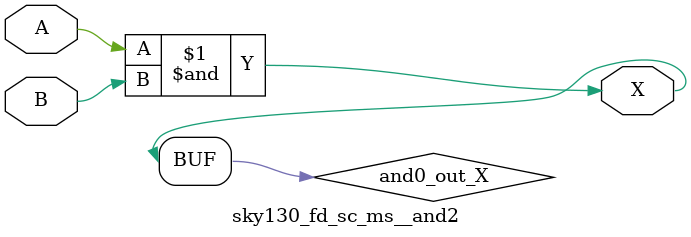
<source format=v>
/*
 * Copyright 2020 The SkyWater PDK Authors
 *
 * Licensed under the Apache License, Version 2.0 (the "License");
 * you may not use this file except in compliance with the License.
 * You may obtain a copy of the License at
 *
 *     https://www.apache.org/licenses/LICENSE-2.0
 *
 * Unless required by applicable law or agreed to in writing, software
 * distributed under the License is distributed on an "AS IS" BASIS,
 * WITHOUT WARRANTIES OR CONDITIONS OF ANY KIND, either express or implied.
 * See the License for the specific language governing permissions and
 * limitations under the License.
 *
 * SPDX-License-Identifier: Apache-2.0
*/


`ifndef SKY130_FD_SC_MS__AND2_FUNCTIONAL_V
`define SKY130_FD_SC_MS__AND2_FUNCTIONAL_V

/**
 * and2: 2-input AND.
 *
 * Verilog simulation functional model.
 */

`timescale 1ns / 1ps
`default_nettype none

`celldefine
module sky130_fd_sc_ms__and2 (
    X,
    A,
    B
);

    // Module ports
    output X;
    input  A;
    input  B;

    // Local signals
    wire and0_out_X;

    //  Name  Output      Other arguments
    and and0 (and0_out_X, A, B           );
    buf buf0 (X         , and0_out_X     );

endmodule
`endcelldefine

`default_nettype wire
`endif  // SKY130_FD_SC_MS__AND2_FUNCTIONAL_V
</source>
